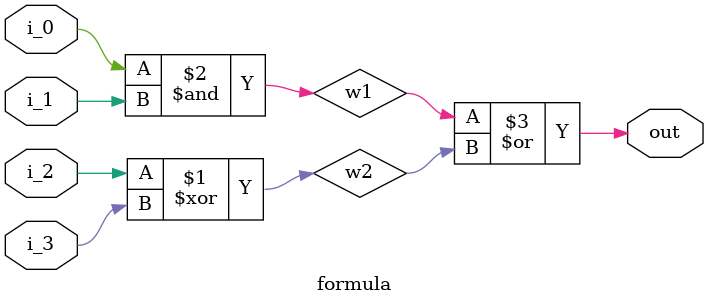
<source format=v>
module formula(i_0,i_1,i_2,i_3,out);
	input i_0 ,i_1 ,i_2 ,i_3;
	wire w1,w2;
	output out;
	assign w2 = (i_2 ^ i_3) ;
	assign w1 = (i_0 & i_1) ;
	assign out = (w1 | w2) ;
endmodule

</source>
